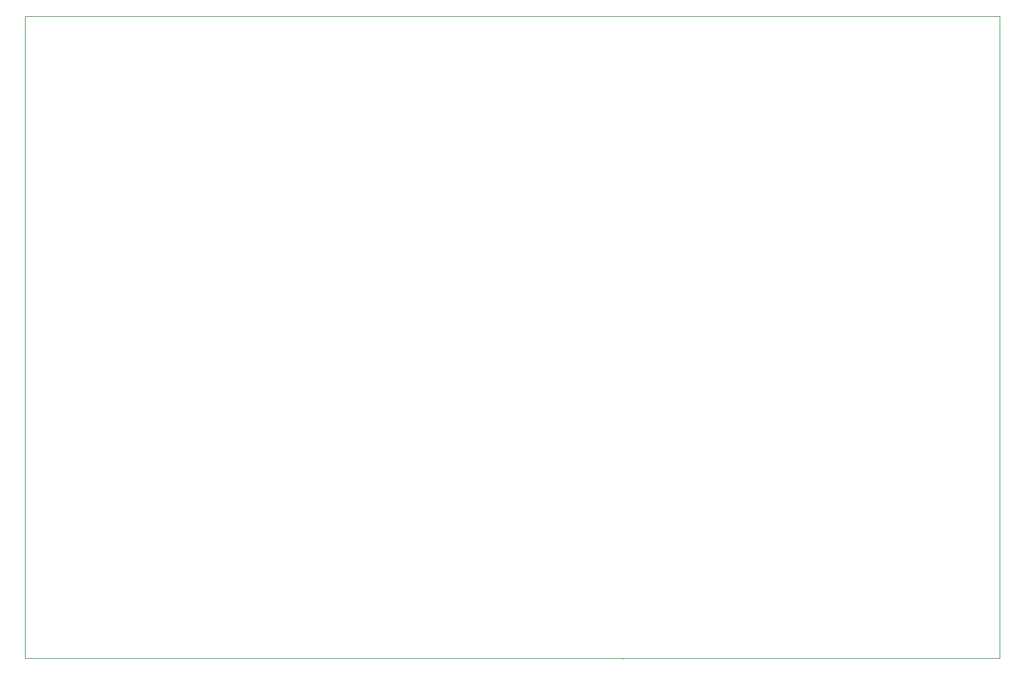
<source format=gbr>
G04 (created by PCBNEW (2013-07-07 BZR 4022)-stable) date 8/13/2015 10:27:12 AM*
%MOIN*%
G04 Gerber Fmt 3.4, Leading zero omitted, Abs format*
%FSLAX34Y34*%
G01*
G70*
G90*
G04 APERTURE LIST*
%ADD10C,0.00590551*%
%ADD11C,0.00393701*%
G04 APERTURE END LIST*
G54D10*
G54D11*
X52362Y-89370D02*
X104330Y-89370D01*
X52362Y-55118D02*
X52362Y-89370D01*
X104330Y-89370D02*
X103937Y-89370D01*
X104330Y-55118D02*
X104330Y-89370D01*
X103937Y-55118D02*
X104330Y-55118D01*
X52362Y-89078D02*
X52358Y-89078D01*
X84279Y-89377D02*
X84279Y-89374D01*
X52362Y-55118D02*
X103937Y-55118D01*
M02*

</source>
